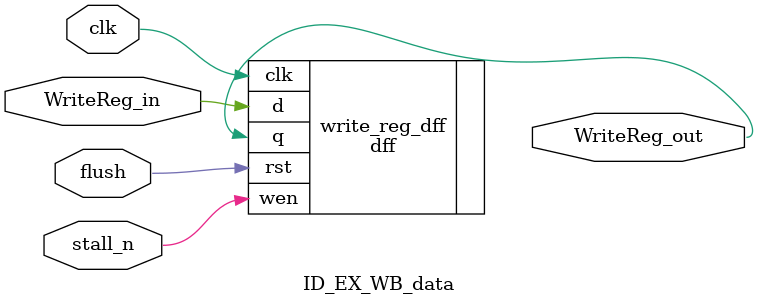
<source format=v>
module ID_EX_WB_data(
  input clk,
  input flush,
  input stall_n,
  input WriteReg_in,
  output WriteReg_out );

dff write_reg_dff(.d(WriteReg_in), .q(WriteReg_out), .wen(stall_n), .clk(clk), .rst(flush));

endmodule

</source>
